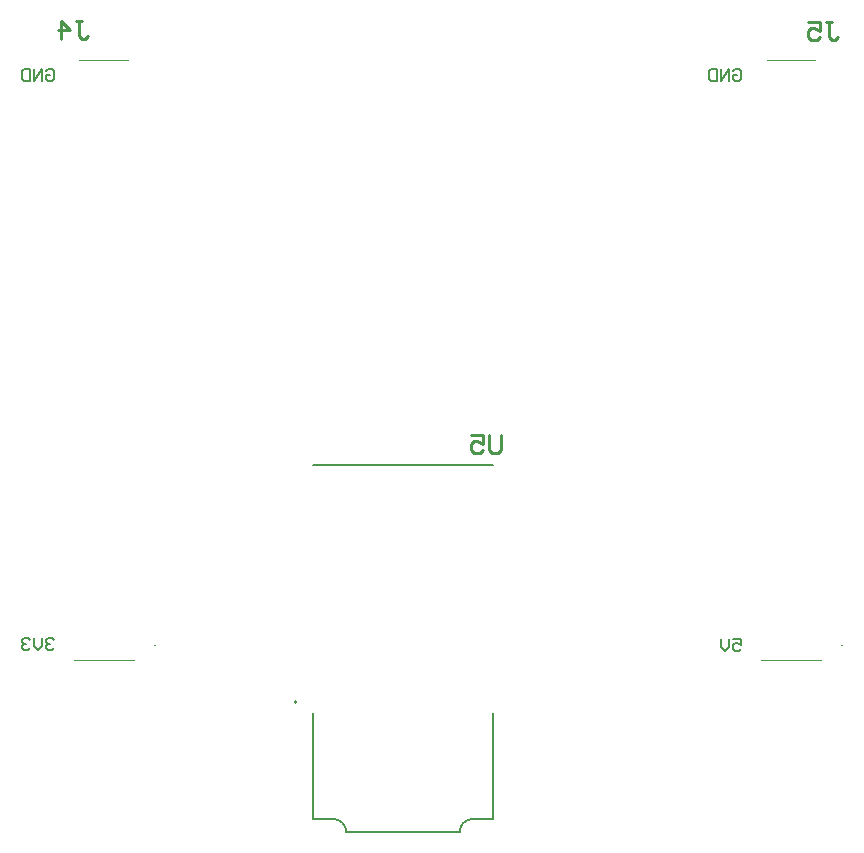
<source format=gbo>
G04*
G04 #@! TF.GenerationSoftware,Altium Limited,Altium Designer,23.11.1 (41)*
G04*
G04 Layer_Color=32896*
%FSLAX25Y25*%
%MOIN*%
G70*
G04*
G04 #@! TF.SameCoordinates,7B13C31F-70D5-41CF-BA4D-497FEED21CC8*
G04*
G04*
G04 #@! TF.FilePolarity,Positive*
G04*
G01*
G75*
%ADD10C,0.00787*%
%ADD11C,0.01000*%
%ADD13C,0.00500*%
%ADD15C,0.00394*%
%ADD16C,0.00800*%
D10*
X328028Y81603D02*
G03*
X328028Y81603I-197J0D01*
G01*
X98987D02*
G03*
X98987Y81603I-197J0D01*
G01*
X146148Y62676D02*
G03*
X146148Y62676I-394J0D01*
G01*
D11*
X214300Y151798D02*
Y146800D01*
X213300Y145800D01*
X211301D01*
X210301Y146800D01*
Y151798D01*
X204303D02*
X208302D01*
Y148799D01*
X206303Y149799D01*
X205303D01*
X204303Y148799D01*
Y146800D01*
X205303Y145800D01*
X207302D01*
X208302Y146800D01*
X322500Y289399D02*
X324499D01*
X323499D01*
Y284401D01*
X324499Y283401D01*
X325499D01*
X326498Y284401D01*
X316502Y289399D02*
X320500D01*
Y286400D01*
X318501Y287400D01*
X317501D01*
X316502Y286400D01*
Y284401D01*
X317501Y283401D01*
X319501D01*
X320500Y284401D01*
X72700Y289599D02*
X74699D01*
X73699D01*
Y284601D01*
X74699Y283601D01*
X75699D01*
X76698Y284601D01*
X67701Y283601D02*
Y289599D01*
X70700Y286600D01*
X66702D01*
D13*
X162681Y19400D02*
G03*
X158381Y23700I-4300J0D01*
G01*
X204781D02*
G03*
X200481Y19400I0J-4300D01*
G01*
X211581Y23700D02*
Y59113D01*
X162681Y19400D02*
X200481D01*
X204781Y23700D02*
X211581D01*
X151581D02*
X158381D01*
X151581D02*
Y59113D01*
Y141700D02*
X211581D01*
D15*
X301000Y76800D02*
X321000D01*
X302824Y276800D02*
X319040D01*
X71959Y76800D02*
X91959D01*
X73660Y276800D02*
X90076D01*
D16*
X62519Y273171D02*
X63185Y273837D01*
X64518D01*
X65184Y273171D01*
Y270505D01*
X64518Y269839D01*
X63185D01*
X62519Y270505D01*
Y271838D01*
X63851D01*
X61186Y269839D02*
Y273837D01*
X58520Y269839D01*
Y273837D01*
X57187D02*
Y269839D01*
X55188D01*
X54521Y270505D01*
Y273171D01*
X55188Y273837D01*
X57187D01*
X291434Y273132D02*
X292101Y273799D01*
X293434D01*
X294100Y273132D01*
Y270466D01*
X293434Y269800D01*
X292101D01*
X291434Y270466D01*
Y271799D01*
X292767D01*
X290101Y269800D02*
Y273799D01*
X287436Y269800D01*
Y273799D01*
X286103D02*
Y269800D01*
X284103D01*
X283437Y270466D01*
Y273132D01*
X284103Y273799D01*
X286103D01*
X291634Y83699D02*
X294300D01*
Y81699D01*
X292967Y82366D01*
X292301D01*
X291634Y81699D01*
Y80366D01*
X292301Y79700D01*
X293634D01*
X294300Y80366D01*
X290301Y83699D02*
Y81033D01*
X288968Y79700D01*
X287635Y81033D01*
Y83699D01*
X65300Y83332D02*
X64634Y83999D01*
X63301D01*
X62634Y83332D01*
Y82666D01*
X63301Y81999D01*
X63967D01*
X63301D01*
X62634Y81333D01*
Y80666D01*
X63301Y80000D01*
X64634D01*
X65300Y80666D01*
X61301Y83999D02*
Y81333D01*
X59968Y80000D01*
X58635Y81333D01*
Y83999D01*
X57303Y83332D02*
X56636Y83999D01*
X55303D01*
X54637Y83332D01*
Y82666D01*
X55303Y81999D01*
X55970D01*
X55303D01*
X54637Y81333D01*
Y80666D01*
X55303Y80000D01*
X56636D01*
X57303Y80666D01*
M02*

</source>
